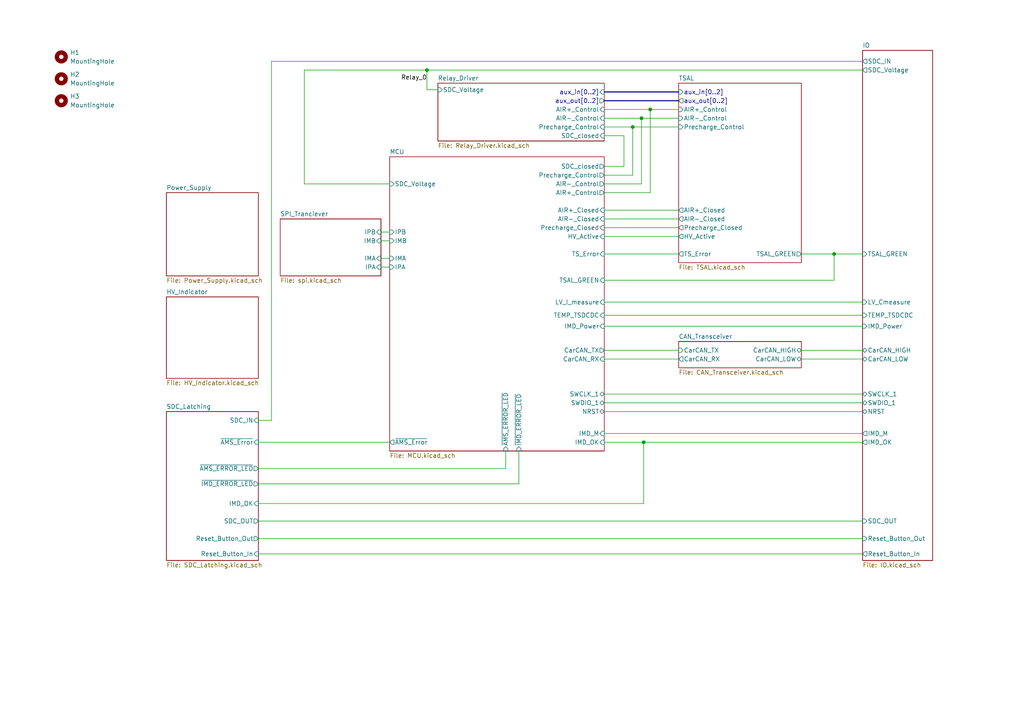
<source format=kicad_sch>
(kicad_sch
	(version 20231120)
	(generator "eeschema")
	(generator_version "8.0")
	(uuid "e63e39d7-6ac0-4ffd-8aa3-1841a4541b55")
	(paper "A4")
	(lib_symbols
		(symbol "Mechanical:MountingHole"
			(pin_names
				(offset 1.016)
			)
			(exclude_from_sim yes)
			(in_bom no)
			(on_board yes)
			(property "Reference" "H"
				(at 0 5.08 0)
				(effects
					(font
						(size 1.27 1.27)
					)
				)
			)
			(property "Value" "MountingHole"
				(at 0 3.175 0)
				(effects
					(font
						(size 1.27 1.27)
					)
				)
			)
			(property "Footprint" ""
				(at 0 0 0)
				(effects
					(font
						(size 1.27 1.27)
					)
					(hide yes)
				)
			)
			(property "Datasheet" "~"
				(at 0 0 0)
				(effects
					(font
						(size 1.27 1.27)
					)
					(hide yes)
				)
			)
			(property "Description" "Mounting Hole without connection"
				(at 0 0 0)
				(effects
					(font
						(size 1.27 1.27)
					)
					(hide yes)
				)
			)
			(property "ki_keywords" "mounting hole"
				(at 0 0 0)
				(effects
					(font
						(size 1.27 1.27)
					)
					(hide yes)
				)
			)
			(property "ki_fp_filters" "MountingHole*"
				(at 0 0 0)
				(effects
					(font
						(size 1.27 1.27)
					)
					(hide yes)
				)
			)
			(symbol "MountingHole_0_1"
				(circle
					(center 0 0)
					(radius 1.27)
					(stroke
						(width 1.27)
						(type default)
					)
					(fill
						(type none)
					)
				)
			)
		)
	)
	(junction
		(at 241.935 73.66)
		(diameter 0)
		(color 0 0 0 0)
		(uuid "0a7f7cff-c29b-4cc6-9d26-e8a073329d15")
	)
	(junction
		(at 123.825 20.32)
		(diameter 0)
		(color 0 0 0 0)
		(uuid "408fafc3-a377-41a0-b7ba-93182cde2895")
	)
	(junction
		(at 186.69 128.27)
		(diameter 0)
		(color 0 0 0 0)
		(uuid "44793ef5-ff1a-4dd7-a42e-e257f8b8042e")
	)
	(junction
		(at 188.595 31.75)
		(diameter 0)
		(color 0 0 0 0)
		(uuid "4978de48-824e-4da0-ad6c-6a4aefa3ff9d")
	)
	(junction
		(at 183.515 36.83)
		(diameter 0)
		(color 0 0 0 0)
		(uuid "7c350bc1-d08e-421e-9df9-7d582d023d7d")
	)
	(junction
		(at 186.055 34.29)
		(diameter 0)
		(color 0 0 0 0)
		(uuid "a1e57cfd-14f7-4329-8eff-f9f55eb71a7d")
	)
	(wire
		(pts
			(xy 180.975 48.26) (xy 180.975 39.37)
		)
		(stroke
			(width 0)
			(type default)
		)
		(uuid "07f9dc8d-c0d0-4dc9-8401-f12e87290517")
	)
	(wire
		(pts
			(xy 188.595 55.88) (xy 188.595 31.75)
		)
		(stroke
			(width 0)
			(type default)
		)
		(uuid "161c37ee-859e-408a-bfc2-59491a96f951")
	)
	(wire
		(pts
			(xy 175.26 36.83) (xy 183.515 36.83)
		)
		(stroke
			(width 0)
			(type default)
		)
		(uuid "1860a00d-f6ff-4922-be20-059a8da73e09")
	)
	(wire
		(pts
			(xy 175.26 94.615) (xy 250.19 94.615)
		)
		(stroke
			(width 0)
			(type default)
		)
		(uuid "18e14012-8379-44ba-bc03-22592befc89a")
	)
	(wire
		(pts
			(xy 175.26 128.27) (xy 186.69 128.27)
		)
		(stroke
			(width 0)
			(type default)
		)
		(uuid "1b75a20a-67f1-4c22-93ad-86624ea64c65")
	)
	(wire
		(pts
			(xy 186.055 34.29) (xy 196.85 34.29)
		)
		(stroke
			(width 0)
			(type default)
		)
		(uuid "1db01ef0-e8ca-4592-b2d3-07fb736a1c26")
	)
	(wire
		(pts
			(xy 110.49 67.31) (xy 113.03 67.31)
		)
		(stroke
			(width 0)
			(type default)
		)
		(uuid "24f82c31-79c3-42d8-ae53-1dfc0417f292")
	)
	(wire
		(pts
			(xy 186.69 128.27) (xy 186.69 146.05)
		)
		(stroke
			(width 0)
			(type default)
		)
		(uuid "30e997bf-188f-4d9b-bd84-fbf9b303fdbc")
	)
	(bus
		(pts
			(xy 175.26 29.21) (xy 196.85 29.21)
		)
		(stroke
			(width 0)
			(type default)
		)
		(uuid "31ffb8c5-4965-42af-9ed5-2cde8d5c615d")
	)
	(wire
		(pts
			(xy 175.26 31.75) (xy 188.595 31.75)
		)
		(stroke
			(width 0)
			(type default)
		)
		(uuid "32c45256-301b-4d4b-9c80-908f3eaa6645")
	)
	(wire
		(pts
			(xy 78.74 17.78) (xy 250.19 17.78)
		)
		(stroke
			(width 0)
			(type default)
		)
		(uuid "39b04c6a-a164-49f1-abea-a3a32285d465")
	)
	(wire
		(pts
			(xy 175.26 81.28) (xy 241.935 81.28)
		)
		(stroke
			(width 0)
			(type default)
		)
		(uuid "3aeadea1-001e-4433-96d3-f973553a40ce")
	)
	(wire
		(pts
			(xy 88.265 53.34) (xy 113.03 53.34)
		)
		(stroke
			(width 0)
			(type default)
		)
		(uuid "43ff35e9-7cd8-4f62-aee2-70328842afeb")
	)
	(wire
		(pts
			(xy 74.93 156.21) (xy 250.19 156.21)
		)
		(stroke
			(width 0)
			(type default)
		)
		(uuid "4c72069e-2911-45fc-ac82-d63dbffe3b04")
	)
	(wire
		(pts
			(xy 183.515 36.83) (xy 183.515 50.8)
		)
		(stroke
			(width 0)
			(type default)
		)
		(uuid "4ec701c3-5b60-44fd-aa98-394de6f7caab")
	)
	(wire
		(pts
			(xy 188.595 31.75) (xy 196.85 31.75)
		)
		(stroke
			(width 0)
			(type default)
		)
		(uuid "51e28119-6df5-4157-ad5a-a917e8c3b6f3")
	)
	(wire
		(pts
			(xy 232.41 104.14) (xy 250.19 104.14)
		)
		(stroke
			(width 0)
			(type default)
		)
		(uuid "52f50848-80d1-428f-ab45-bb31bf0b1bf9")
	)
	(wire
		(pts
			(xy 110.49 77.47) (xy 113.03 77.47)
		)
		(stroke
			(width 0)
			(type default)
		)
		(uuid "54692d45-1676-44b5-883b-2bc41b0fdb8c")
	)
	(wire
		(pts
			(xy 74.93 140.335) (xy 150.495 140.335)
		)
		(stroke
			(width 0)
			(type default)
		)
		(uuid "56636031-e736-471a-aef1-0ac263156ba7")
	)
	(wire
		(pts
			(xy 175.26 73.66) (xy 196.85 73.66)
		)
		(stroke
			(width 0)
			(type default)
		)
		(uuid "59c97f32-e3dc-44cd-97bd-a21f9f2761ed")
	)
	(wire
		(pts
			(xy 175.26 50.8) (xy 183.515 50.8)
		)
		(stroke
			(width 0)
			(type default)
		)
		(uuid "619d8902-06d2-4923-bb65-cfa8d092be87")
	)
	(wire
		(pts
			(xy 74.93 128.27) (xy 113.03 128.27)
		)
		(stroke
			(width 0)
			(type default)
		)
		(uuid "6d2f0521-9da9-4af2-a499-d52735120f75")
	)
	(wire
		(pts
			(xy 110.49 69.85) (xy 113.03 69.85)
		)
		(stroke
			(width 0)
			(type default)
		)
		(uuid "6f739289-0d73-4828-8ed9-0bb5278b8b5b")
	)
	(wire
		(pts
			(xy 150.495 130.81) (xy 150.495 140.335)
		)
		(stroke
			(width 0)
			(type default)
		)
		(uuid "6f995fe1-0166-4ccb-ab08-e9ce4b1480ae")
	)
	(wire
		(pts
			(xy 175.26 114.3) (xy 250.19 114.3)
		)
		(stroke
			(width 0)
			(type default)
		)
		(uuid "72de219e-ea5c-4118-91e1-aa7450812977")
	)
	(wire
		(pts
			(xy 175.26 119.38) (xy 250.19 119.38)
		)
		(stroke
			(width 0)
			(type default)
		)
		(uuid "750042e4-ec72-4b72-a7a1-170d65b6a550")
	)
	(wire
		(pts
			(xy 74.93 121.92) (xy 78.74 121.92)
		)
		(stroke
			(width 0)
			(type default)
		)
		(uuid "78a24785-3b42-46fa-9caf-3fc007c85f2c")
	)
	(wire
		(pts
			(xy 241.935 73.66) (xy 250.19 73.66)
		)
		(stroke
			(width 0)
			(type default)
		)
		(uuid "79c4682b-6f04-465e-bf87-1364ab0de3e5")
	)
	(wire
		(pts
			(xy 241.935 73.66) (xy 241.935 81.28)
		)
		(stroke
			(width 0)
			(type default)
		)
		(uuid "7bf839f6-fe27-416f-b4fb-8b45d66e9c7a")
	)
	(wire
		(pts
			(xy 175.26 53.34) (xy 186.055 53.34)
		)
		(stroke
			(width 0)
			(type default)
		)
		(uuid "7eae9a3b-04d0-4025-90cb-4b284bd379ef")
	)
	(wire
		(pts
			(xy 123.825 26.035) (xy 127 26.035)
		)
		(stroke
			(width 0)
			(type default)
		)
		(uuid "7fe8261e-9374-4542-8746-31b48c970009")
	)
	(wire
		(pts
			(xy 88.265 20.32) (xy 88.265 53.34)
		)
		(stroke
			(width 0)
			(type default)
		)
		(uuid "86c8f75c-d22e-41f4-9b54-7366753afa46")
	)
	(wire
		(pts
			(xy 175.26 66.04) (xy 196.85 66.04)
		)
		(stroke
			(width 0)
			(type default)
		)
		(uuid "879ccb09-3504-4864-9c31-833d63a283d6")
	)
	(wire
		(pts
			(xy 175.26 34.29) (xy 186.055 34.29)
		)
		(stroke
			(width 0)
			(type default)
		)
		(uuid "8893e1cb-365b-4c9c-a85e-2244f030fd1e")
	)
	(wire
		(pts
			(xy 110.49 74.93) (xy 113.03 74.93)
		)
		(stroke
			(width 0)
			(type default)
		)
		(uuid "8b1d64f7-3258-49b4-92aa-93c8541190ba")
	)
	(wire
		(pts
			(xy 232.41 73.66) (xy 241.935 73.66)
		)
		(stroke
			(width 0)
			(type default)
		)
		(uuid "8f2e9e26-e3f1-440c-a826-c9d96000f0ea")
	)
	(wire
		(pts
			(xy 186.69 128.27) (xy 250.19 128.27)
		)
		(stroke
			(width 0)
			(type default)
		)
		(uuid "970ec349-aa6c-4058-9a8a-06f8b0ada789")
	)
	(wire
		(pts
			(xy 123.825 20.32) (xy 123.825 26.035)
		)
		(stroke
			(width 0)
			(type default)
		)
		(uuid "9eaca443-67c5-43d3-a2cb-8dc2134d743d")
	)
	(wire
		(pts
			(xy 175.26 87.63) (xy 250.19 87.63)
		)
		(stroke
			(width 0)
			(type default)
		)
		(uuid "a07ba9bc-6ee6-4356-918f-f47ec7cc369e")
	)
	(wire
		(pts
			(xy 74.93 160.655) (xy 250.19 160.655)
		)
		(stroke
			(width 0)
			(type default)
		)
		(uuid "a14d2587-5011-4932-895b-968b85fb9c29")
	)
	(wire
		(pts
			(xy 175.26 125.73) (xy 250.19 125.73)
		)
		(stroke
			(width 0)
			(type default)
		)
		(uuid "a268a543-1d94-4c7d-9e93-681aa6017876")
	)
	(wire
		(pts
			(xy 175.26 68.58) (xy 196.85 68.58)
		)
		(stroke
			(width 0)
			(type default)
		)
		(uuid "b509a92c-b91c-4e42-b9e3-f73c6491975d")
	)
	(wire
		(pts
			(xy 175.26 101.6) (xy 196.85 101.6)
		)
		(stroke
			(width 0)
			(type default)
		)
		(uuid "bbd9a530-d966-44db-b792-6b8364074399")
	)
	(wire
		(pts
			(xy 183.515 36.83) (xy 196.85 36.83)
		)
		(stroke
			(width 0)
			(type default)
		)
		(uuid "bd7c142b-1b4a-4e3e-891a-2fc7994c4031")
	)
	(wire
		(pts
			(xy 180.975 39.37) (xy 175.26 39.37)
		)
		(stroke
			(width 0)
			(type default)
		)
		(uuid "c4a85f6c-5ba7-40d8-af18-4a31720497a2")
	)
	(wire
		(pts
			(xy 175.26 116.84) (xy 250.19 116.84)
		)
		(stroke
			(width 0)
			(type default)
		)
		(uuid "c7fe1963-cd78-4101-8ef6-6dcc644a8e7d")
	)
	(wire
		(pts
			(xy 175.26 91.44) (xy 250.19 91.44)
		)
		(stroke
			(width 0)
			(type default)
		)
		(uuid "cca14e52-daa2-472f-b950-9a1276c72fee")
	)
	(bus
		(pts
			(xy 175.26 26.67) (xy 196.85 26.67)
		)
		(stroke
			(width 0)
			(type default)
		)
		(uuid "cea651cf-4b09-4040-866b-09f29baccde7")
	)
	(wire
		(pts
			(xy 74.93 151.13) (xy 250.19 151.13)
		)
		(stroke
			(width 0)
			(type default)
		)
		(uuid "d0c6c499-7a00-48b4-bd4b-891bbdb16994")
	)
	(wire
		(pts
			(xy 146.685 135.89) (xy 146.685 130.81)
		)
		(stroke
			(width 0)
			(type default)
		)
		(uuid "d316bfb3-2c73-4ff1-84e3-75c482cbfaa2")
	)
	(wire
		(pts
			(xy 175.26 104.14) (xy 196.85 104.14)
		)
		(stroke
			(width 0)
			(type default)
		)
		(uuid "d53b8b6f-dec9-4a34-9e59-6fc2f5bafc6c")
	)
	(wire
		(pts
			(xy 175.26 63.5) (xy 196.85 63.5)
		)
		(stroke
			(width 0)
			(type default)
		)
		(uuid "d88aee4c-fb2b-496d-98dc-785013c70a8c")
	)
	(wire
		(pts
			(xy 180.975 48.26) (xy 175.26 48.26)
		)
		(stroke
			(width 0)
			(type default)
		)
		(uuid "df7a4fb7-c0df-4747-a51c-5b6d57141fc8")
	)
	(wire
		(pts
			(xy 74.93 135.89) (xy 146.685 135.89)
		)
		(stroke
			(width 0)
			(type default)
		)
		(uuid "e0757bcb-e970-4f03-94f2-6301484ac229")
	)
	(wire
		(pts
			(xy 123.825 20.32) (xy 250.19 20.32)
		)
		(stroke
			(width 0)
			(type default)
		)
		(uuid "e4022d97-9262-4b9e-8880-03a4afd73d19")
	)
	(wire
		(pts
			(xy 74.93 146.05) (xy 186.69 146.05)
		)
		(stroke
			(width 0)
			(type default)
		)
		(uuid "ea203829-7c79-4d55-8c55-d3d8ecb641ef")
	)
	(wire
		(pts
			(xy 88.265 20.32) (xy 123.825 20.32)
		)
		(stroke
			(width 0)
			(type default)
		)
		(uuid "ec66eea5-ae96-4bf7-93db-2f86111f3986")
	)
	(wire
		(pts
			(xy 78.74 17.78) (xy 78.74 121.92)
		)
		(stroke
			(width 0)
			(type default)
		)
		(uuid "ef04e179-1035-430f-b8a3-37f6edb09c73")
	)
	(wire
		(pts
			(xy 232.41 101.6) (xy 250.19 101.6)
		)
		(stroke
			(width 0)
			(type default)
		)
		(uuid "f4eb62d3-6998-4510-806f-341547b3745d")
	)
	(wire
		(pts
			(xy 186.055 34.29) (xy 186.055 53.34)
		)
		(stroke
			(width 0)
			(type default)
		)
		(uuid "f883506b-40b7-4a33-8b08-87bb566721c7")
	)
	(wire
		(pts
			(xy 175.26 60.96) (xy 196.85 60.96)
		)
		(stroke
			(width 0)
			(type default)
		)
		(uuid "f9d34e50-92ea-47a4-8b48-a188792d1fba")
	)
	(wire
		(pts
			(xy 175.26 55.88) (xy 188.595 55.88)
		)
		(stroke
			(width 0)
			(type default)
		)
		(uuid "fa484b90-07b7-4a9e-9fea-6e2a33d9559c")
	)
	(label "Relay_0"
		(at 123.825 23.495 180)
		(fields_autoplaced yes)
		(effects
			(font
				(size 1.27 1.27)
				(color 0 0 0 1)
			)
			(justify right bottom)
		)
		(uuid "5a0c03f1-96bf-4aa0-a982-95eb41ebc984")
		(property "Netclass" "Relay"
			(at 123.825 24.765 0)
			(effects
				(font
					(size 1.27 1.27)
					(bold yes)
					(italic yes)
				)
				(justify right)
				(hide yes)
			)
		)
	)
	(symbol
		(lib_id "Mechanical:MountingHole")
		(at 17.78 16.51 0)
		(unit 1)
		(exclude_from_sim yes)
		(in_bom no)
		(on_board yes)
		(dnp no)
		(fields_autoplaced yes)
		(uuid "0a967dcf-cf87-4b53-bafc-12025984e67b")
		(property "Reference" "H1"
			(at 20.32 15.2399 0)
			(effects
				(font
					(size 1.27 1.27)
				)
				(justify left)
			)
		)
		(property "Value" "MountingHole"
			(at 20.32 17.7799 0)
			(effects
				(font
					(size 1.27 1.27)
				)
				(justify left)
			)
		)
		(property "Footprint" "MountingHole:MountingHole_3.2mm_M3"
			(at 17.78 16.51 0)
			(effects
				(font
					(size 1.27 1.27)
				)
				(hide yes)
			)
		)
		(property "Datasheet" "~"
			(at 17.78 16.51 0)
			(effects
				(font
					(size 1.27 1.27)
				)
				(hide yes)
			)
		)
		(property "Description" "Mounting Hole without connection"
			(at 17.78 16.51 0)
			(effects
				(font
					(size 1.27 1.27)
				)
				(hide yes)
			)
		)
		(instances
			(project "Master_FT25"
				(path "/e63e39d7-6ac0-4ffd-8aa3-1841a4541b55"
					(reference "H1")
					(unit 1)
				)
			)
		)
	)
	(symbol
		(lib_id "Mechanical:MountingHole")
		(at 17.78 22.86 0)
		(unit 1)
		(exclude_from_sim yes)
		(in_bom no)
		(on_board yes)
		(dnp no)
		(fields_autoplaced yes)
		(uuid "21853630-98ed-40d6-a6a4-eace38ba178b")
		(property "Reference" "H2"
			(at 20.32 21.5899 0)
			(effects
				(font
					(size 1.27 1.27)
				)
				(justify left)
			)
		)
		(property "Value" "MountingHole"
			(at 20.32 24.1299 0)
			(effects
				(font
					(size 1.27 1.27)
				)
				(justify left)
			)
		)
		(property "Footprint" "MountingHole:MountingHole_3.2mm_M3"
			(at 17.78 22.86 0)
			(effects
				(font
					(size 1.27 1.27)
				)
				(hide yes)
			)
		)
		(property "Datasheet" "~"
			(at 17.78 22.86 0)
			(effects
				(font
					(size 1.27 1.27)
				)
				(hide yes)
			)
		)
		(property "Description" "Mounting Hole without connection"
			(at 17.78 22.86 0)
			(effects
				(font
					(size 1.27 1.27)
				)
				(hide yes)
			)
		)
		(instances
			(project "Master_FT25"
				(path "/e63e39d7-6ac0-4ffd-8aa3-1841a4541b55"
					(reference "H2")
					(unit 1)
				)
			)
		)
	)
	(symbol
		(lib_id "Mechanical:MountingHole")
		(at 17.78 29.21 0)
		(unit 1)
		(exclude_from_sim yes)
		(in_bom no)
		(on_board yes)
		(dnp no)
		(fields_autoplaced yes)
		(uuid "d1527598-7f4d-46c2-9d81-1aa748b9fa8d")
		(property "Reference" "H3"
			(at 20.32 27.9399 0)
			(effects
				(font
					(size 1.27 1.27)
				)
				(justify left)
			)
		)
		(property "Value" "MountingHole"
			(at 20.32 30.4799 0)
			(effects
				(font
					(size 1.27 1.27)
				)
				(justify left)
			)
		)
		(property "Footprint" "MountingHole:MountingHole_3.2mm_M3"
			(at 17.78 29.21 0)
			(effects
				(font
					(size 1.27 1.27)
				)
				(hide yes)
			)
		)
		(property "Datasheet" "~"
			(at 17.78 29.21 0)
			(effects
				(font
					(size 1.27 1.27)
				)
				(hide yes)
			)
		)
		(property "Description" "Mounting Hole without connection"
			(at 17.78 29.21 0)
			(effects
				(font
					(size 1.27 1.27)
				)
				(hide yes)
			)
		)
		(instances
			(project "Master_FT25"
				(path "/e63e39d7-6ac0-4ffd-8aa3-1841a4541b55"
					(reference "H3")
					(unit 1)
				)
			)
		)
	)
	(sheet
		(at 48.26 119.38)
		(size 26.67 43.18)
		(fields_autoplaced yes)
		(stroke
			(width 0.1524)
			(type solid)
		)
		(fill
			(color 0 0 0 0.0000)
		)
		(uuid "1faf3ef0-baac-46e1-a293-a43d671ef048")
		(property "Sheetname" "SDC_Latching"
			(at 48.26 118.6684 0)
			(effects
				(font
					(size 1.27 1.27)
				)
				(justify left bottom)
			)
		)
		(property "Sheetfile" "SDC_Latching.kicad_sch"
			(at 48.26 163.1446 0)
			(effects
				(font
					(size 1.27 1.27)
				)
				(justify left top)
			)
		)
		(pin "Reset_Button_In" input
			(at 74.93 160.655 0)
			(effects
				(font
					(size 1.27 1.27)
				)
				(justify right)
			)
			(uuid "d29d350b-902b-4201-b78d-3987c1d43101")
		)
		(pin "Reset_Button_Out" output
			(at 74.93 156.21 0)
			(effects
				(font
					(size 1.27 1.27)
				)
				(justify right)
			)
			(uuid "b3467c47-149f-4dd6-96a3-1425c5e65cd6")
		)
		(pin "SDC_OUT" output
			(at 74.93 151.13 0)
			(effects
				(font
					(size 1.27 1.27)
				)
				(justify right)
			)
			(uuid "04195bc4-f957-489b-8e05-747e1a2601f4")
		)
		(pin "SDC_IN" input
			(at 74.93 121.92 0)
			(effects
				(font
					(size 1.27 1.27)
				)
				(justify right)
			)
			(uuid "92e1de3b-0808-4574-9811-f75c22fccddf")
		)
		(pin "~{AMS_Error}" input
			(at 74.93 128.27 0)
			(effects
				(font
					(size 1.27 1.27)
				)
				(justify right)
			)
			(uuid "d4f4818d-c3c7-4eeb-9c52-aad858d58f30")
		)
		(pin "IMD_OK" input
			(at 74.93 146.05 0)
			(effects
				(font
					(size 1.27 1.27)
				)
				(justify right)
			)
			(uuid "44e26c19-37fa-4e80-adb7-6f8f90521f09")
		)
		(pin "~{AMS_ERROR_LED}" output
			(at 74.93 135.89 0)
			(effects
				(font
					(size 1.27 1.27)
				)
				(justify right)
			)
			(uuid "db873ff3-3fa6-46f9-acf2-1776292c3326")
		)
		(pin "~{IMD_ERROR_LED}" output
			(at 74.93 140.335 0)
			(effects
				(font
					(size 1.27 1.27)
				)
				(justify right)
			)
			(uuid "1e0ea0b3-c0a4-42d3-b88d-ab6314267023")
		)
		(instances
			(project "Master_FT25"
				(path "/e63e39d7-6ac0-4ffd-8aa3-1841a4541b55"
					(page "10")
				)
			)
		)
	)
	(sheet
		(at 48.26 55.88)
		(size 26.67 24.13)
		(fields_autoplaced yes)
		(stroke
			(width 0.1524)
			(type solid)
		)
		(fill
			(color 0 0 0 0.0000)
		)
		(uuid "22dc17c4-8352-43f2-bb65-d704323b2333")
		(property "Sheetname" "Power_Supply"
			(at 48.26 55.1684 0)
			(effects
				(font
					(size 1.27 1.27)
				)
				(justify left bottom)
			)
		)
		(property "Sheetfile" "Power_Supply.kicad_sch"
			(at 48.26 80.5946 0)
			(effects
				(font
					(size 1.27 1.27)
				)
				(justify left top)
			)
		)
		(instances
			(project "Master_FT25"
				(path "/e63e39d7-6ac0-4ffd-8aa3-1841a4541b55"
					(page "8")
				)
			)
		)
	)
	(sheet
		(at 196.85 24.13)
		(size 35.56 52.07)
		(fields_autoplaced yes)
		(stroke
			(width 0.1524)
			(type solid)
		)
		(fill
			(color 0 0 0 0.0000)
		)
		(uuid "5ce1aa0c-f98f-4b94-80bd-f188cf4c57de")
		(property "Sheetname" "TSAL"
			(at 196.85 23.4184 0)
			(effects
				(font
					(size 1.27 1.27)
				)
				(justify left bottom)
			)
		)
		(property "Sheetfile" "TSAL.kicad_sch"
			(at 196.85 76.7846 0)
			(effects
				(font
					(size 1.27 1.27)
				)
				(justify left top)
			)
		)
		(pin "AIR-_Closed" output
			(at 196.85 63.5 180)
			(effects
				(font
					(size 1.27 1.27)
				)
				(justify left)
			)
			(uuid "7f4f978d-1e5d-4a43-b1bf-c4fa7649bd7e")
		)
		(pin "AIR-_Control" input
			(at 196.85 34.29 180)
			(effects
				(font
					(size 1.27 1.27)
				)
				(justify left)
			)
			(uuid "14206ec6-7d56-4612-a521-5201573867ec")
		)
		(pin "AIR+_Control" input
			(at 196.85 31.75 180)
			(effects
				(font
					(size 1.27 1.27)
				)
				(justify left)
			)
			(uuid "97639659-6003-4e23-b4ab-f30326d3a9e4")
		)
		(pin "AIR+_Closed" output
			(at 196.85 60.96 180)
			(effects
				(font
					(size 1.27 1.27)
				)
				(justify left)
			)
			(uuid "6395d9db-d4bc-4c2e-9617-d5b2bf2defa3")
		)
		(pin "HV_Active" output
			(at 196.85 68.58 180)
			(effects
				(font
					(size 1.27 1.27)
				)
				(justify left)
			)
			(uuid "9bc0c846-6b29-4e4d-a0d2-1bffadd4b174")
		)
		(pin "aux_in[0..2]" input
			(at 196.85 26.67 180)
			(effects
				(font
					(size 1.27 1.27)
				)
				(justify left)
			)
			(uuid "62f5980a-ba24-42c2-bf17-3ba93154ccbe")
		)
		(pin "aux_out[0..2]" output
			(at 196.85 29.21 180)
			(effects
				(font
					(size 1.27 1.27)
				)
				(justify left)
			)
			(uuid "7b7686bc-62db-4756-a60c-2a44d69edb52")
		)
		(pin "TS_Error" output
			(at 196.85 73.66 180)
			(effects
				(font
					(size 1.27 1.27)
				)
				(justify left)
			)
			(uuid "2448d2bd-f095-4512-bdbb-8c68f77aacaa")
		)
		(pin "Precharge_Closed" output
			(at 196.85 66.04 180)
			(effects
				(font
					(size 1.27 1.27)
				)
				(justify left)
			)
			(uuid "93060461-877f-42a6-80bd-dbb98ff86726")
		)
		(pin "Precharge_Control" input
			(at 196.85 36.83 180)
			(effects
				(font
					(size 1.27 1.27)
				)
				(justify left)
			)
			(uuid "1df4d53f-ddfd-42ee-ba3c-fb3c93ade126")
		)
		(pin "TSAL_GREEN" output
			(at 232.41 73.66 0)
			(effects
				(font
					(size 1.27 1.27)
				)
				(justify right)
			)
			(uuid "a160ed03-0ccc-4e23-a6c8-c4e67a7fba77")
		)
		(instances
			(project "Master_FT25"
				(path "/e63e39d7-6ac0-4ffd-8aa3-1841a4541b55"
					(page "2")
				)
			)
		)
	)
	(sheet
		(at 48.26 86.106)
		(size 26.67 23.622)
		(fields_autoplaced yes)
		(stroke
			(width 0.1524)
			(type solid)
		)
		(fill
			(color 0 0 0 0.0000)
		)
		(uuid "79aa61b0-3913-4dd5-85ac-a55bcc701429")
		(property "Sheetname" "HV_Indicator"
			(at 48.26 85.3944 0)
			(effects
				(font
					(size 1.27 1.27)
				)
				(justify left bottom)
			)
		)
		(property "Sheetfile" "HV_Indicator.kicad_sch"
			(at 48.26 110.3126 0)
			(effects
				(font
					(size 1.27 1.27)
				)
				(justify left top)
			)
		)
		(instances
			(project "Master_FT25"
				(path "/e63e39d7-6ac0-4ffd-8aa3-1841a4541b55"
					(page "11")
				)
			)
		)
	)
	(sheet
		(at 81.28 63.5)
		(size 29.21 16.51)
		(fields_autoplaced yes)
		(stroke
			(width 0.1524)
			(type solid)
		)
		(fill
			(color 0 0 0 0.0000)
		)
		(uuid "7ea6d794-d6f7-459d-b00f-ed5a8a0446d9")
		(property "Sheetname" "SPI_Tranciever"
			(at 81.28 62.7884 0)
			(effects
				(font
					(size 1.27 1.27)
				)
				(justify left bottom)
			)
		)
		(property "Sheetfile" "spi.kicad_sch"
			(at 81.28 80.5946 0)
			(effects
				(font
					(size 1.27 1.27)
				)
				(justify left top)
			)
		)
		(pin "IPB" input
			(at 110.49 67.31 0)
			(effects
				(font
					(size 1.27 1.27)
				)
				(justify right)
			)
			(uuid "12d18ded-a9ec-4a47-a265-cb4b48bd9928")
		)
		(pin "IMB" input
			(at 110.49 69.85 0)
			(effects
				(font
					(size 1.27 1.27)
				)
				(justify right)
			)
			(uuid "4f5cbb16-21f4-4acb-beed-5735b597fc51")
		)
		(pin "IMA" input
			(at 110.49 74.93 0)
			(effects
				(font
					(size 1.27 1.27)
				)
				(justify right)
			)
			(uuid "fd58e044-12b4-4992-9f63-d59e347d92a5")
		)
		(pin "IPA" input
			(at 110.49 77.47 0)
			(effects
				(font
					(size 1.27 1.27)
				)
				(justify right)
			)
			(uuid "212208da-4d93-4618-932d-5d0895edf826")
		)
		(instances
			(project "Master_FT25"
				(path "/e63e39d7-6ac0-4ffd-8aa3-1841a4541b55"
					(page "15")
				)
			)
		)
	)
	(sheet
		(at 127 24.13)
		(size 48.26 16.764)
		(fields_autoplaced yes)
		(stroke
			(width 0.1524)
			(type solid)
		)
		(fill
			(color 0 0 0 0.0000)
		)
		(uuid "95b8e8bb-175b-4c26-b28f-f18dafbb4793")
		(property "Sheetname" "Relay_Driver"
			(at 127 23.4184 0)
			(effects
				(font
					(size 1.27 1.27)
				)
				(justify left bottom)
			)
		)
		(property "Sheetfile" "Relay_Driver.kicad_sch"
			(at 127 41.4786 0)
			(effects
				(font
					(size 1.27 1.27)
				)
				(justify left top)
			)
		)
		(pin "AIR-_Control" input
			(at 175.26 34.29 0)
			(effects
				(font
					(size 1.27 1.27)
				)
				(justify right)
			)
			(uuid "7edf1e41-024c-4116-abe5-cfef0d5a0efc")
		)
		(pin "AIR+_Control" input
			(at 175.26 31.75 0)
			(effects
				(font
					(size 1.27 1.27)
				)
				(justify right)
			)
			(uuid "6e3f7547-4f06-4521-bf16-8b7f213f0b60")
		)
		(pin "aux_out[0..2]" output
			(at 175.26 29.21 0)
			(effects
				(font
					(size 1.27 1.27)
				)
				(justify right)
			)
			(uuid "bf289db5-5459-48e2-b88f-d9d16213c777")
		)
		(pin "aux_in[0..2]" input
			(at 175.26 26.67 0)
			(effects
				(font
					(size 1.27 1.27)
				)
				(justify right)
			)
			(uuid "870086fa-587c-431c-a862-2d36619d4ebf")
		)
		(pin "Precharge_Control" input
			(at 175.26 36.83 0)
			(effects
				(font
					(size 1.27 1.27)
				)
				(justify right)
			)
			(uuid "64c41c50-b9c1-41ea-996a-a9c20799ff11")
		)
		(pin "SDC_Voltage" input
			(at 127 26.035 180)
			(effects
				(font
					(size 1.27 1.27)
				)
				(justify left)
			)
			(uuid "4d634957-f32f-40f3-8540-70e44430ba5a")
		)
		(pin "SDC_closed" input
			(at 175.26 39.37 0)
			(effects
				(font
					(size 1.27 1.27)
				)
				(justify right)
			)
			(uuid "4c65f1ce-a9bc-4c5f-8403-bedb975d8eb2")
		)
		(instances
			(project "Master_FT25"
				(path "/e63e39d7-6ac0-4ffd-8aa3-1841a4541b55"
					(page "9")
				)
			)
		)
	)
	(sheet
		(at 113.03 45.466)
		(size 62.23 85.344)
		(fields_autoplaced yes)
		(stroke
			(width 0.1524)
			(type solid)
		)
		(fill
			(color 0 0 0 0.0000)
		)
		(uuid "9b70877c-37a9-427a-bda0-c62874ddc559")
		(property "Sheetname" "MCU"
			(at 113.03 44.7544 0)
			(effects
				(font
					(size 1.27 1.27)
				)
				(justify left bottom)
			)
		)
		(property "Sheetfile" "MCU.kicad_sch"
			(at 113.03 131.3946 0)
			(effects
				(font
					(size 1.27 1.27)
				)
				(justify left top)
			)
		)
		(pin "CarCAN_TX" output
			(at 175.26 101.6 0)
			(effects
				(font
					(size 1.27 1.27)
				)
				(justify right)
			)
			(uuid "f47ef6c8-b550-4302-a5a7-6ab5a6184e74")
		)
		(pin "SWCLK_1" bidirectional
			(at 175.26 114.3 0)
			(effects
				(font
					(size 1.27 1.27)
				)
				(justify right)
			)
			(uuid "605a061b-4108-46bb-8fff-97cfb674055b")
		)
		(pin "SWDIO_1" bidirectional
			(at 175.26 116.84 0)
			(effects
				(font
					(size 1.27 1.27)
				)
				(justify right)
			)
			(uuid "92a776b3-e16c-4951-958d-ef2fb53709a9")
		)
		(pin "CarCAN_RX" input
			(at 175.26 104.14 0)
			(effects
				(font
					(size 1.27 1.27)
				)
				(justify right)
			)
			(uuid "04553aed-dc09-4ba7-a9b1-ab4eaf95146d")
		)
		(pin "AIR+_Control" output
			(at 175.26 55.88 0)
			(effects
				(font
					(size 1.27 1.27)
				)
				(justify right)
			)
			(uuid "2269f88f-a85c-4266-ac04-95bf13eb0efd")
		)
		(pin "AIR-_Control" output
			(at 175.26 53.34 0)
			(effects
				(font
					(size 1.27 1.27)
				)
				(justify right)
			)
			(uuid "d79f89ef-7e64-42d3-9138-46893922b4a9")
		)
		(pin "HV_Active" input
			(at 175.26 68.58 0)
			(effects
				(font
					(size 1.27 1.27)
				)
				(justify right)
			)
			(uuid "c20f76e0-182a-4af7-a081-ae1f520a5b95")
		)
		(pin "AIR+_Closed" input
			(at 175.26 60.96 0)
			(effects
				(font
					(size 1.27 1.27)
				)
				(justify right)
			)
			(uuid "125a1f4f-2acf-4cea-9a03-25b35d16fb96")
		)
		(pin "AIR-_Closed" input
			(at 175.26 63.5 0)
			(effects
				(font
					(size 1.27 1.27)
				)
				(justify right)
			)
			(uuid "fbfd2a87-a250-44fd-96a7-e8079404fc85")
		)
		(pin "SDC_Voltage" input
			(at 113.03 53.34 180)
			(effects
				(font
					(size 1.27 1.27)
				)
				(justify left)
			)
			(uuid "3329bc08-3485-4d06-b547-eed9d73de875")
		)
		(pin "IMD_OK" input
			(at 175.26 128.27 0)
			(effects
				(font
					(size 1.27 1.27)
				)
				(justify right)
			)
			(uuid "2f1fce94-ecdd-445f-a70b-53aa628f7126")
		)
		(pin "TS_Error" input
			(at 175.26 73.66 0)
			(effects
				(font
					(size 1.27 1.27)
				)
				(justify right)
			)
			(uuid "e3623c8f-21c5-4339-8297-19f16439a3f4")
		)
		(pin "IMD_M" input
			(at 175.26 125.73 0)
			(effects
				(font
					(size 1.27 1.27)
				)
				(justify right)
			)
			(uuid "8bae7699-4069-414c-8d5a-73d7082e11e5")
		)
		(pin "Precharge_Control" output
			(at 175.26 50.8 0)
			(effects
				(font
					(size 1.27 1.27)
				)
				(justify right)
			)
			(uuid "cdca4c58-1262-4bde-80f4-02b467f8aafe")
		)
		(pin "Precharge_Closed" input
			(at 175.26 66.04 0)
			(effects
				(font
					(size 1.27 1.27)
				)
				(justify right)
			)
			(uuid "f2f0c2fe-7ac4-4a48-bfa7-9d0e6e156dc7")
		)
		(pin "~{AMS_Error}" output
			(at 113.03 128.27 180)
			(effects
				(font
					(size 1.27 1.27)
				)
				(justify left)
			)
			(uuid "65e84e94-ce74-43d6-a40c-f2a3cd2a6ac8")
		)
		(pin "IMB" input
			(at 113.03 69.85 180)
			(effects
				(font
					(size 1.27 1.27)
				)
				(justify left)
			)
			(uuid "9695f347-9a45-415a-a0c0-c9817bf10ea3")
		)
		(pin "IMA" input
			(at 113.03 74.93 180)
			(effects
				(font
					(size 1.27 1.27)
				)
				(justify left)
			)
			(uuid "a62c6dcb-8b7d-4a24-adec-3aba3d84e6ab")
		)
		(pin "IPA" input
			(at 113.03 77.47 180)
			(effects
				(font
					(size 1.27 1.27)
				)
				(justify left)
			)
			(uuid "409a6711-a53b-4ad0-a904-98393d158eed")
		)
		(pin "IPB" input
			(at 113.03 67.31 180)
			(effects
				(font
					(size 1.27 1.27)
				)
				(justify left)
			)
			(uuid "a0783acc-e661-4dd4-bb10-3985abf0e608")
		)
		(pin "~{IMD_ERROR_LED}" input
			(at 150.495 130.81 270)
			(effects
				(font
					(size 1.27 1.27)
				)
				(justify left)
			)
			(uuid "3c6c52fa-82f4-40f6-8656-08db2fe24843")
		)
		(pin "~{AMS_ERROR_LED}" input
			(at 146.685 130.81 270)
			(effects
				(font
					(size 1.27 1.27)
				)
				(justify left)
			)
			(uuid "98921bb8-c18c-427f-8b3d-3fbc3b24206d")
		)
		(pin "TSAL_GREEN" input
			(at 175.26 81.28 0)
			(effects
				(font
					(size 1.27 1.27)
				)
				(justify right)
			)
			(uuid "c8c1c101-9fca-4c91-b1ff-0ae7a322ed0e")
		)
		(pin "IMD_Power" input
			(at 175.26 94.615 0)
			(effects
				(font
					(size 1.27 1.27)
				)
				(justify right)
			)
			(uuid "b5f88973-9cf9-48af-a376-4344bfa40928")
		)
		(pin "NRST" bidirectional
			(at 175.26 119.38 0)
			(effects
				(font
					(size 1.27 1.27)
				)
				(justify right)
			)
			(uuid "e05a939d-5d9f-44c5-82f0-715cf4d59192")
		)
		(pin "TEMP_TSDCDC" input
			(at 175.26 91.44 0)
			(effects
				(font
					(size 1.27 1.27)
				)
				(justify right)
			)
			(uuid "bad1f67e-a092-4c65-b87d-da69f8343546")
		)
		(pin "LV_I_measure" input
			(at 175.26 87.63 0)
			(effects
				(font
					(size 1.27 1.27)
				)
				(justify right)
			)
			(uuid "df232280-6528-402f-ac89-b7daf1a541da")
		)
		(pin "SDC_closed" output
			(at 175.26 48.26 0)
			(effects
				(font
					(size 1.27 1.27)
				)
				(justify right)
			)
			(uuid "4a5bc6b5-50fc-478c-97e0-cca7410217ca")
		)
		(instances
			(project "Master_FT25"
				(path "/e63e39d7-6ac0-4ffd-8aa3-1841a4541b55"
					(page "7")
				)
			)
		)
	)
	(sheet
		(at 196.85 99.06)
		(size 35.56 7.62)
		(fields_autoplaced yes)
		(stroke
			(width 0.1524)
			(type solid)
		)
		(fill
			(color 0 0 0 0.0000)
		)
		(uuid "c358f375-f19f-4341-b85b-3ee34c210f74")
		(property "Sheetname" "CAN_Transceiver"
			(at 196.85 98.3484 0)
			(effects
				(font
					(size 1.27 1.27)
				)
				(justify left bottom)
			)
		)
		(property "Sheetfile" "CAN_Transceiver.kicad_sch"
			(at 196.85 107.2646 0)
			(effects
				(font
					(size 1.27 1.27)
				)
				(justify left top)
			)
		)
		(pin "CarCAN_HIGH" bidirectional
			(at 232.41 101.6 0)
			(effects
				(font
					(size 1.27 1.27)
				)
				(justify right)
			)
			(uuid "fa65e9f0-a816-4cfb-b357-ecef57b3b82d")
		)
		(pin "CarCAN_LOW" bidirectional
			(at 232.41 104.14 0)
			(effects
				(font
					(size 1.27 1.27)
				)
				(justify right)
			)
			(uuid "934324c6-b02c-4f3e-ac08-05f9d8568f0c")
		)
		(pin "CarCAN_RX" output
			(at 196.85 104.14 180)
			(effects
				(font
					(size 1.27 1.27)
				)
				(justify left)
			)
			(uuid "31629ba9-9ca0-47ad-8673-f9b3b28a9e35")
		)
		(pin "CarCAN_TX" input
			(at 196.85 101.6 180)
			(effects
				(font
					(size 1.27 1.27)
				)
				(justify left)
			)
			(uuid "8d8c23ec-d24d-4183-b1f7-cf9ad53f8460")
		)
		(instances
			(project "Master_FT25"
				(path "/e63e39d7-6ac0-4ffd-8aa3-1841a4541b55"
					(page "9")
				)
			)
		)
	)
	(sheet
		(at 250.19 14.605)
		(size 20.32 147.955)
		(fields_autoplaced yes)
		(stroke
			(width 0.1524)
			(type solid)
		)
		(fill
			(color 0 0 0 0.0000)
		)
		(uuid "e59bef98-744e-4b2e-ac94-b25961b27b6b")
		(property "Sheetname" "IO"
			(at 250.19 13.8934 0)
			(effects
				(font
					(size 1.27 1.27)
				)
				(justify left bottom)
			)
		)
		(property "Sheetfile" "IO.kicad_sch"
			(at 250.19 163.1446 0)
			(effects
				(font
					(size 1.27 1.27)
				)
				(justify left top)
			)
		)
		(pin "IMD_OK" output
			(at 250.19 128.27 180)
			(effects
				(font
					(size 1.27 1.27)
				)
				(justify left)
			)
			(uuid "73a53e5f-47d4-429e-b637-fe2428dc243a")
		)
		(pin "CarCAN_HIGH" bidirectional
			(at 250.19 101.6 180)
			(effects
				(font
					(size 1.27 1.27)
				)
				(justify left)
			)
			(uuid "cfd54fc9-5d46-422b-b49a-82ec9ef3d301")
		)
		(pin "CarCAN_LOW" bidirectional
			(at 250.19 104.14 180)
			(effects
				(font
					(size 1.27 1.27)
				)
				(justify left)
			)
			(uuid "4908e932-225b-41df-985d-1241673c0a49")
		)
		(pin "SDC_OUT" input
			(at 250.19 151.13 180)
			(effects
				(font
					(size 1.27 1.27)
				)
				(justify left)
			)
			(uuid "34508969-254e-4438-9b33-7cb21198ee8f")
		)
		(pin "SDC_IN" output
			(at 250.19 17.78 180)
			(effects
				(font
					(size 1.27 1.27)
				)
				(justify left)
			)
			(uuid "8495abc2-3730-425c-b838-1c99612cd81e")
		)
		(pin "SWCLK_1" bidirectional
			(at 250.19 114.3 180)
			(effects
				(font
					(size 1.27 1.27)
				)
				(justify left)
			)
			(uuid "437f6c45-8b21-41bf-8d1c-725319dff698")
		)
		(pin "SWDIO_1" bidirectional
			(at 250.19 116.84 180)
			(effects
				(font
					(size 1.27 1.27)
				)
				(justify left)
			)
			(uuid "e266763f-e667-425b-aba3-e0a9fc3d9f72")
		)
		(pin "Reset_Button_Out" input
			(at 250.19 156.21 180)
			(effects
				(font
					(size 1.27 1.27)
				)
				(justify left)
			)
			(uuid "7097514d-9ab0-49c8-801c-09b9f72ebdaa")
		)
		(pin "Reset_Button_In" output
			(at 250.19 160.655 180)
			(effects
				(font
					(size 1.27 1.27)
				)
				(justify left)
			)
			(uuid "27a983f6-d6be-4239-89dd-edb014519101")
		)
		(pin "IMD_M" output
			(at 250.19 125.73 180)
			(effects
				(font
					(size 1.27 1.27)
				)
				(justify left)
			)
			(uuid "a7ce4794-481c-4781-9ab5-060183fd78cb")
		)
		(pin "TSAL_GREEN" input
			(at 250.19 73.66 180)
			(effects
				(font
					(size 1.27 1.27)
				)
				(justify left)
			)
			(uuid "9a9624b0-654d-4442-8a3c-d3ea916177b2")
		)
		(pin "SDC_Voltage" output
			(at 250.19 20.32 180)
			(effects
				(font
					(size 1.27 1.27)
				)
				(justify left)
			)
			(uuid "65e03ba9-c7d9-4f9a-b3ef-d75fc55081ec")
		)
		(pin "IMD_Power" input
			(at 250.19 94.615 180)
			(effects
				(font
					(size 1.27 1.27)
				)
				(justify left)
			)
			(uuid "0765be10-6e68-4975-a0cd-2fc202579881")
		)
		(pin "LV_Cmeasure" input
			(at 250.19 87.63 180)
			(effects
				(font
					(size 1.27 1.27)
				)
				(justify left)
			)
			(uuid "3116f761-651c-42f1-ab1e-4176d18b069c")
		)
		(pin "NRST" bidirectional
			(at 250.19 119.38 180)
			(effects
				(font
					(size 1.27 1.27)
				)
				(justify left)
			)
			(uuid "ce49ebb2-e147-4bc0-822a-dcc07fca15cf")
		)
		(pin "TEMP_TSDCDC" input
			(at 250.19 91.44 180)
			(effects
				(font
					(size 1.27 1.27)
				)
				(justify left)
			)
			(uuid "6acb0152-a506-4b08-8ddd-869095583706")
		)
		(instances
			(project "Master_FT25"
				(path "/e63e39d7-6ac0-4ffd-8aa3-1841a4541b55"
					(page "12")
				)
			)
		)
	)
	(sheet_instances
		(path "/"
			(page "1")
		)
	)
)

</source>
